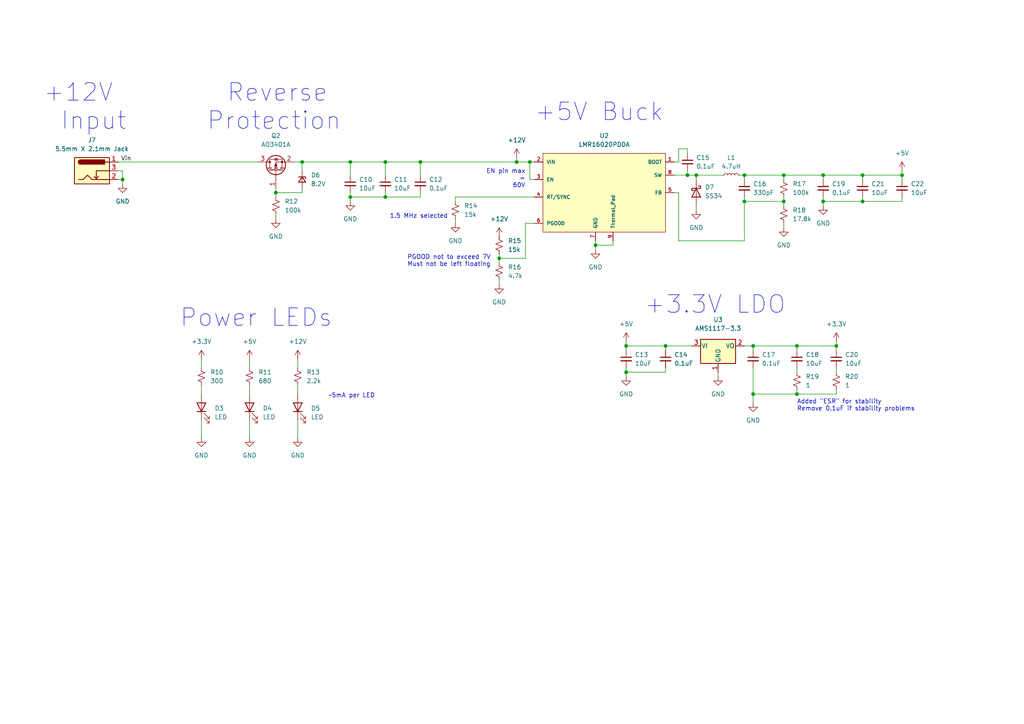
<source format=kicad_sch>
(kicad_sch (version 20211123) (generator eeschema)
  (paper "A4")
  (title_block (title "Power") (date "2022-10-19") (company "Oregon State University") (comment 1 "Author: Austin Goergen"))
  (lib_symbols
    (symbol "Connector:Barrel_Jack_Switch" (pin_names hide)
      (property "Reference" "J" (at 0 5.334 0))
      (property "Value" "Barrel_Jack_Switch" (at 0 -5.08 0))
      (symbol "Barrel_Jack_Switch_0_1"
        (rectangle (start -5.08 3.81) (end 5.08 -3.81) (stroke (width 0.254)) (fill (type background)))
        (arc (start -3.302 3.175) (mid -3.937 2.54) (end -3.302 1.905) (stroke (width 0.254)))
        (arc (start -3.302 3.175) (mid -3.937 2.54) (end -3.302 1.905) (stroke (width 0.254)) (fill (type outline)))
        (polyline (pts (xy 1.27 -2.286) (xy 1.905 -1.651)) (stroke (width 0.254)))
        (polyline (pts (xy 5.08 2.54) (xy 3.81 2.54)) (stroke (width 0.254)))
        (polyline (pts (xy 5.08 0) (xy 1.27 0) (xy 1.27 -2.286) (xy 0.635 -1.651)) (stroke (width 0.254)))
        (polyline (pts (xy -3.81 -2.54) (xy -2.54 -2.54) (xy -1.27 -1.27) (xy 0 -2.54) (xy 2.54 -2.54) (xy 5.08 -2.54)) (stroke (width 0.254)))
        (rectangle (start 3.683 3.175) (end -3.302 1.905) (stroke (width 0.254)) (fill (type outline)))
      )
      (symbol "Barrel_Jack_Switch_1_1"
        (pin passive line (at 7.62 2.54 180) (length 2.54) (name "~") (number "1"))
        (pin passive line (at 7.62 -2.54 180) (length 2.54) (name "~") (number "2"))
        (pin passive line (at 7.62 0 180) (length 2.54) (name "~") (number "3"))
      )
    )
    (symbol "Device:C_Small" (pin_numbers hide) (pin_names (offset 0.254) hide)
      (property "Reference" "C" (at 0.254 1.778 0))
      (property "Value" "C_Small" (at 0.254 -2.032 0))
      (symbol "C_Small_0_1"
        (polyline (pts (xy -1.524 -0.508) (xy 1.524 -0.508)) (stroke (width 0.3302)))
        (polyline (pts (xy -1.524 0.508) (xy 1.524 0.508)) (stroke (width 0.3048)))
      )
      (symbol "C_Small_1_1"
        (pin passive line (at 0 2.54 270) (length 2.032) (name "~") (number "1"))
        (pin passive line (at 0 -2.54 90) (length 2.032) (name "~") (number "2"))
      )
    )
    (symbol "Device:D_Schottky" (pin_numbers hide) (pin_names (offset 1.016) hide)
      (property "Reference" "D" (at 0 2.54 0))
      (property "Value" "D_Schottky" (at 0 -2.54 0))
      (symbol "D_Schottky_0_1"
        (polyline (pts (xy 1.27 0) (xy -1.27 0)))
        (polyline (pts (xy 1.27 1.27) (xy 1.27 -1.27) (xy -1.27 0) (xy 1.27 1.27)) (stroke (width 0.254)))
        (polyline (pts (xy -1.905 0.635) (xy -1.905 1.27) (xy -1.27 1.27) (xy -1.27 -1.27) (xy -0.635 -1.27) (xy -0.635 -0.635)) (stroke (width 0.254)))
      )
      (symbol "D_Schottky_1_1"
        (pin passive line (at -3.81 0 0) (length 2.54) (name "K") (number "1"))
        (pin passive line (at 3.81 0 180) (length 2.54) (name "A") (number "2"))
      )
    )
    (symbol "Device:D_Zener_Small" (pin_numbers hide) (pin_names (offset 0.254) hide)
      (property "Reference" "D" (at 0 2.286 0))
      (property "Value" "D_Zener_Small" (at 0 -2.286 0))
      (symbol "D_Zener_Small_0_1"
        (polyline (pts (xy 0.762 0) (xy -0.762 0)))
        (polyline (pts (xy -0.254 1.016) (xy -0.762 1.016) (xy -0.762 -1.016)) (stroke (width 0.254)))
        (polyline (pts (xy 0.762 1.016) (xy -0.762 0) (xy 0.762 -1.016) (xy 0.762 1.016)) (stroke (width 0.254)))
      )
      (symbol "D_Zener_Small_1_1"
        (pin passive line (at -2.54 0 0) (length 1.778) (name "K") (number "1"))
        (pin passive line (at 2.54 0 180) (length 1.778) (name "A") (number "2"))
      )
    )
    (symbol "Device:LED" (pin_numbers hide) (pin_names (offset 1.016) hide)
      (property "Reference" "D" (at 0 2.54 0))
      (property "Value" "LED" (at 0 -2.54 0))
      (symbol "LED_0_1"
        (polyline (pts (xy -1.27 -1.27) (xy -1.27 1.27)) (stroke (width 0.254)))
        (polyline (pts (xy -1.27 0) (xy 1.27 0)))
        (polyline (pts (xy 1.27 -1.27) (xy 1.27 1.27) (xy -1.27 0) (xy 1.27 -1.27)) (stroke (width 0.254)))
        (polyline (pts (xy -3.048 -0.762) (xy -4.572 -2.286) (xy -3.81 -2.286) (xy -4.572 -2.286) (xy -4.572 -1.524)))
        (polyline (pts (xy -1.778 -0.762) (xy -3.302 -2.286) (xy -2.54 -2.286) (xy -3.302 -2.286) (xy -3.302 -1.524)))
      )
      (symbol "LED_1_1"
        (pin passive line (at -3.81 0 0) (length 2.54) (name "K") (number "1"))
        (pin passive line (at 3.81 0 180) (length 2.54) (name "A") (number "2"))
      )
    )
    (symbol "Device:L_Small" (pin_numbers hide) (pin_names (offset 0.254) hide)
      (property "Reference" "L" (at 0.762 1.016 0))
      (property "Value" "L_Small" (at 0.762 -1.016 0))
      (symbol "L_Small_0_1"
        (arc (start 0 -2.032) (mid 0.508 -1.524) (end 0 -1.016))
        (arc (start 0 -1.016) (mid 0.508 -0.508) (end 0 0))
        (arc (start 0 0) (mid 0.508 0.508) (end 0 1.016))
        (arc (start 0 1.016) (mid 0.508 1.524) (end 0 2.032))
      )
      (symbol "L_Small_1_1"
        (pin passive line (at 0 2.54 270) (length 0.508) (name "~") (number "1"))
        (pin passive line (at 0 -2.54 90) (length 0.508) (name "~") (number "2"))
      )
    )
    (symbol "Device:Q_PMOS_GSD" (pin_names (offset 0) hide)
      (property "Reference" "Q" (at 5.08 1.27 0))
      (property "Value" "Q_PMOS_GSD" (at 5.08 -1.27 0))
      (symbol "Q_PMOS_GSD_0_1"
        (polyline (pts (xy 0.254 0) (xy -2.54 0)))
        (polyline (pts (xy 0.254 1.905) (xy 0.254 -1.905)) (stroke (width 0.254)))
        (polyline (pts (xy 0.762 -1.27) (xy 0.762 -2.286)) (stroke (width 0.254)))
        (polyline (pts (xy 0.762 0.508) (xy 0.762 -0.508)) (stroke (width 0.254)))
        (polyline (pts (xy 0.762 2.286) (xy 0.762 1.27)) (stroke (width 0.254)))
        (polyline (pts (xy 2.54 2.54) (xy 2.54 1.778)))
        (polyline (pts (xy 2.54 -2.54) (xy 2.54 0) (xy 0.762 0)))
        (polyline (pts (xy 0.762 1.778) (xy 3.302 1.778) (xy 3.302 -1.778) (xy 0.762 -1.778)))
        (polyline (pts (xy 2.286 0) (xy 1.27 0.381) (xy 1.27 -0.381) (xy 2.286 0)) (fill (type outline)))
        (polyline (pts (xy 2.794 -0.508) (xy 2.921 -0.381) (xy 3.683 -0.381) (xy 3.81 -0.254)))
        (polyline (pts (xy 3.302 -0.381) (xy 2.921 0.254) (xy 3.683 0.254) (xy 3.302 -0.381)))
        (circle (center 1.651 0) (radius 2.794) (stroke (width 0.254)))
        (circle (center 2.54 -1.778) (radius 0.254) (fill (type outline)))
        (circle (center 2.54 1.778) (radius 0.254) (fill (type outline)))
      )
      (symbol "Q_PMOS_GSD_1_1"
        (pin input line (at -5.08 0 0) (length 2.54) (name "G") (number "1"))
        (pin passive line (at 2.54 -5.08 90) (length 2.54) (name "S") (number "2"))
        (pin passive line (at 2.54 5.08 270) (length 2.54) (name "D") (number "3"))
      )
    )
    (symbol "Device:R_Small_US" (pin_numbers hide) (pin_names (offset 0.254) hide)
      (property "Reference" "R" (at 0.762 0.508 0))
      (property "Value" "R_Small_US" (at 0.762 -1.016 0))
      (symbol "R_Small_US_1_1"
        (polyline (pts (xy 0 0) (xy 1.016 -0.381) (xy 0 -0.762) (xy -1.016 -1.143) (xy 0 -1.524)))
        (polyline (pts (xy 0 1.524) (xy 1.016 1.143) (xy 0 0.762) (xy -1.016 0.381) (xy 0 0)))
        (pin passive line (at 0 2.54 270) (length 1.016) (name "~") (number "1"))
        (pin passive line (at 0 -2.54 90) (length 1.016) (name "~") (number "2"))
      )
    )
    (symbol "LMR16020PDDAR:LMR16020PDDA" (pin_names (offset 1.016))
      (property "Reference" "U" (at 0 5.08 0))
      (property "Value" "LMR16020PDDA" (at 0 7.62 0))
      (symbol "LMR16020PDDA_1_1"
        (rectangle (start 5.08 2.54) (end 40.64 -20.32) (fill (type background)))
        (pin power_in line (at 43.18 0 180) (length 2.54) (name "BOOT") (number "1"))
        (pin power_in line (at 2.54 0 0) (length 2.54) (name "VIN") (number "2"))
        (pin input line (at 2.54 -5.08 0) (length 2.54) (name "EN") (number "3"))
        (pin passive line (at 2.54 -10.16 0) (length 2.54) (name "RT/SYNC") (number "4"))
        (pin passive line (at 43.18 -8.89 180) (length 2.54) (name "FB") (number "5"))
        (pin output line (at 2.54 -17.78 0) (length 2.54) (name "PGOOD") (number "6"))
        (pin power_in line (at 20.32 -22.86 90) (length 2.54) (name "GND") (number "7"))
        (pin power_out line (at 43.18 -3.81 180) (length 2.54) (name "SW") (number "8"))
        (pin power_in line (at 25.4 -22.86 90) (length 2.54) (name "Thermal_Pad") (number "9"))
      )
    )
    (symbol "Regulator_Linear:AMS1117-3.3" (pin_names (offset 0.254))
      (property "Reference" "U" (at -3.81 3.175 0))
      (property "Value" "AMS1117-3.3" (at 0 3.175 0))
      (symbol "AMS1117-3.3_0_1"
        (rectangle (start -5.08 -5.08) (end 5.08 1.905) (stroke (width 0.254)) (fill (type background)))
      )
      (symbol "AMS1117-3.3_1_1"
        (pin power_in line (at 0 -7.62 90) (length 2.54) (name "GND") (number "1"))
        (pin power_out line (at 7.62 0 180) (length 2.54) (name "VO") (number "2"))
        (pin power_in line (at -7.62 0 0) (length 2.54) (name "VI") (number "3"))
      )
    )
    (symbol "power:+12V" (power) (pin_names (offset 0))
      (property "Value" "+12V" (at 0 3.556 0))
      (symbol "+12V_0_1"
        (polyline (pts (xy -0.762 1.27) (xy 0 2.54)))
        (polyline (pts (xy 0 0) (xy 0 2.54)))
        (polyline (pts (xy 0 2.54) (xy 0.762 1.27)))
      )
      (symbol "+12V_1_1"
        (pin power_in line (at 0 0 90) (length 0) hide (name "+12V") (number "1"))
      )
    )
    (symbol "power:+3.3V" (power) (pin_names (offset 0))
      (property "Value" "+3.3V" (at 0 3.556 0))
      (symbol "+3.3V_0_1"
        (polyline (pts (xy -0.762 1.27) (xy 0 2.54)))
        (polyline (pts (xy 0 0) (xy 0 2.54)))
        (polyline (pts (xy 0 2.54) (xy 0.762 1.27)))
      )
      (symbol "+3.3V_1_1"
        (pin power_in line (at 0 0 90) (length 0) hide (name "+3.3V") (number "1"))
      )
    )
    (symbol "power:+5V" (power) (pin_names (offset 0))
      (property "Value" "+5V" (at 0 3.556 0))
      (symbol "+5V_0_1"
        (polyline (pts (xy -0.762 1.27) (xy 0 2.54)))
        (polyline (pts (xy 0 0) (xy 0 2.54)))
        (polyline (pts (xy 0 2.54) (xy 0.762 1.27)))
      )
      (symbol "+5V_1_1"
        (pin power_in line (at 0 0 90) (length 0) hide (name "+5V") (number "1"))
      )
    )
    (symbol "power:GND" (power) (pin_names (offset 0))
      (property "Value" "GND" (at 0 -3.81 0))
      (symbol "GND_0_1"
        (polyline (pts (xy 0 0) (xy 0 -1.27) (xy 1.27 -1.27) (xy 0 -2.54) (xy -1.27 -1.27) (xy 0 -1.27)))
      )
      (symbol "GND_1_1"
        (pin power_in line (at 0 0 270) (length 0) hide (name "GND") (number "1"))
      )
    )
  )
  (junction (at 242.57 100.33))
  (junction (at 181.61 100.33))
  (junction (at 193.04 100.33))
  (junction (at 227.33 50.8))
  (junction (at 111.76 46.99))
  (junction (at 101.6 46.99))
  (junction (at 199.39 50.8))
  (junction (at 231.14 114.3))
  (junction (at 250.19 58.42))
  (junction (at 153.67 46.99))
  (junction (at 215.9 58.42))
  (junction (at 87.63 46.99))
  (junction (at 231.14 100.33))
  (junction (at 238.76 50.8))
  (junction (at 144.78 74.93))
  (junction (at 215.9 50.8))
  (junction (at 80.01 55.88))
  (junction (at 181.61 107.95))
  (junction (at 238.76 58.42))
  (junction (at 227.33 58.42))
  (junction (at 101.6 57.15))
  (junction (at 111.76 57.15))
  (junction (at 218.44 114.3))
  (junction (at 121.92 46.99))
  (junction (at 149.86 46.99))
  (junction (at 201.93 50.8))
  (junction (at 172.72 71.12))
  (junction (at 261.62 50.8))
  (junction (at 35.56 52.07))
  (junction (at 250.19 50.8))
  (junction (at 218.44 100.33))
  (wire (pts (xy 238.76 57.15) (xy 238.76 58.42)))
  (wire (pts (xy 199.39 49.53) (xy 199.39 50.8)))
  (wire (pts (xy 172.72 71.12) (xy 172.72 72.39)))
  (wire (pts (xy 218.44 114.3) (xy 218.44 116.84)))
  (wire (pts (xy 177.8 71.12) (xy 172.72 71.12)))
  (wire (pts (xy 153.67 52.07) (xy 153.67 46.99)))
  (wire (pts (xy 121.92 46.99) (xy 149.86 46.99)))
  (wire (pts (xy 242.57 99.06) (xy 242.57 100.33)))
  (wire (pts (xy 34.29 46.99) (xy 74.93 46.99)))
  (wire (pts (xy 101.6 57.15) (xy 101.6 58.42)))
  (wire (pts (xy 250.19 57.15) (xy 250.19 58.42)))
  (wire (pts (xy 101.6 57.15) (xy 111.76 57.15)))
  (wire (pts (xy 196.85 55.88) (xy 196.85 69.85)))
  (wire (pts (xy 231.14 113.03) (xy 231.14 114.3)))
  (wire (pts (xy 238.76 52.07) (xy 238.76 50.8)))
  (wire (pts (xy 181.61 106.68) (xy 181.61 107.95)))
  (wire (pts (xy 227.33 52.07) (xy 227.33 50.8)))
  (wire (pts (xy 111.76 46.99) (xy 121.92 46.99)))
  (wire (pts (xy 72.39 121.92) (xy 72.39 127)))
  (wire (pts (xy 214.63 50.8) (xy 215.9 50.8)))
  (wire (pts (xy 242.57 106.68) (xy 242.57 107.95)))
  (wire (pts (xy 80.01 55.88) (xy 80.01 57.15)))
  (wire (pts (xy 87.63 55.88) (xy 80.01 55.88)))
  (wire (pts (xy 87.63 54.61) (xy 87.63 55.88)))
  (wire (pts (xy 199.39 43.18) (xy 196.85 43.18)))
  (wire (pts (xy 101.6 46.99) (xy 111.76 46.99)))
  (wire (pts (xy 238.76 58.42) (xy 238.76 59.69)))
  (wire (pts (xy 196.85 43.18) (xy 196.85 46.99)))
  (wire (pts (xy 250.19 50.8) (xy 238.76 50.8)))
  (wire (pts (xy 199.39 50.8) (xy 201.93 50.8)))
  (wire (pts (xy 86.36 104.14) (xy 86.36 106.68)))
  (wire (pts (xy 72.39 111.76) (xy 72.39 114.3)))
  (wire (pts (xy 193.04 107.95) (xy 181.61 107.95)))
  (wire (pts (xy 201.93 50.8) (xy 209.55 50.8)))
  (wire (pts (xy 181.61 107.95) (xy 181.61 109.22)))
  (wire (pts (xy 231.14 114.3) (xy 242.57 114.3)))
  (wire (pts (xy 195.58 55.88) (xy 196.85 55.88)))
  (wire (pts (xy 153.67 46.99) (xy 154.94 46.99)))
  (wire (pts (xy 132.08 63.5) (xy 132.08 64.77)))
  (wire (pts (xy 215.9 58.42) (xy 227.33 58.42)))
  (wire (pts (xy 132.08 57.15) (xy 132.08 58.42)))
  (wire (pts (xy 172.72 69.85) (xy 172.72 71.12)))
  (wire (pts (xy 208.28 107.95) (xy 208.28 109.22)))
  (wire (pts (xy 218.44 100.33) (xy 215.9 100.33)))
  (wire (pts (xy 261.62 52.07) (xy 261.62 50.8)))
  (wire (pts (xy 193.04 101.6) (xy 193.04 100.33)))
  (wire (pts (xy 35.56 49.53) (xy 35.56 52.07)))
  (wire (pts (xy 181.61 99.06) (xy 181.61 100.33)))
  (wire (pts (xy 261.62 49.53) (xy 261.62 50.8)))
  (wire (pts (xy 242.57 100.33) (xy 242.57 101.6)))
  (wire (pts (xy 144.78 74.93) (xy 144.78 76.2)))
  (wire (pts (xy 80.01 54.61) (xy 80.01 55.88)))
  (wire (pts (xy 58.42 121.92) (xy 58.42 127)))
  (wire (pts (xy 218.44 100.33) (xy 231.14 100.33)))
  (wire (pts (xy 87.63 46.99) (xy 101.6 46.99)))
  (wire (pts (xy 101.6 55.88) (xy 101.6 57.15)))
  (wire (pts (xy 86.36 111.76) (xy 86.36 114.3)))
  (wire (pts (xy 199.39 44.45) (xy 199.39 43.18)))
  (wire (pts (xy 201.93 59.69) (xy 201.93 60.96)))
  (wire (pts (xy 227.33 58.42) (xy 227.33 59.69)))
  (wire (pts (xy 181.61 100.33) (xy 193.04 100.33)))
  (wire (pts (xy 196.85 69.85) (xy 215.9 69.85)))
  (wire (pts (xy 111.76 55.88) (xy 111.76 57.15)))
  (wire (pts (xy 193.04 100.33) (xy 200.66 100.33)))
  (wire (pts (xy 154.94 57.15) (xy 132.08 57.15)))
  (wire (pts (xy 154.94 52.07) (xy 153.67 52.07)))
  (wire (pts (xy 227.33 50.8) (xy 238.76 50.8)))
  (wire (pts (xy 218.44 106.68) (xy 218.44 114.3)))
  (wire (pts (xy 34.29 49.53) (xy 35.56 49.53)))
  (wire (pts (xy 72.39 104.14) (xy 72.39 106.68)))
  (wire (pts (xy 149.86 46.99) (xy 153.67 46.99)))
  (wire (pts (xy 215.9 50.8) (xy 227.33 50.8)))
  (wire (pts (xy 231.14 100.33) (xy 242.57 100.33)))
  (wire (pts (xy 215.9 50.8) (xy 215.9 52.07)))
  (wire (pts (xy 80.01 62.23) (xy 80.01 63.5)))
  (wire (pts (xy 144.78 73.66) (xy 144.78 74.93)))
  (wire (pts (xy 86.36 121.92) (xy 86.36 127)))
  (wire (pts (xy 85.09 46.99) (xy 87.63 46.99)))
  (wire (pts (xy 87.63 46.99) (xy 87.63 49.53)))
  (wire (pts (xy 261.62 58.42) (xy 250.19 58.42)))
  (wire (pts (xy 261.62 50.8) (xy 250.19 50.8)))
  (wire (pts (xy 121.92 55.88) (xy 121.92 57.15)))
  (wire (pts (xy 227.33 64.77) (xy 227.33 66.04)))
  (wire (pts (xy 215.9 57.15) (xy 215.9 58.42)))
  (wire (pts (xy 34.29 52.07) (xy 35.56 52.07)))
  (wire (pts (xy 195.58 50.8) (xy 199.39 50.8)))
  (wire (pts (xy 218.44 101.6) (xy 218.44 100.33)))
  (wire (pts (xy 177.8 69.85) (xy 177.8 71.12)))
  (wire (pts (xy 152.4 64.77) (xy 154.94 64.77)))
  (wire (pts (xy 227.33 57.15) (xy 227.33 58.42)))
  (wire (pts (xy 250.19 52.07) (xy 250.19 50.8)))
  (wire (pts (xy 111.76 46.99) (xy 111.76 50.8)))
  (wire (pts (xy 58.42 104.14) (xy 58.42 106.68)))
  (wire (pts (xy 35.56 53.34) (xy 35.56 52.07)))
  (wire (pts (xy 152.4 64.77) (xy 152.4 74.93)))
  (wire (pts (xy 101.6 50.8) (xy 101.6 46.99)))
  (wire (pts (xy 201.93 52.07) (xy 201.93 50.8)))
  (wire (pts (xy 261.62 57.15) (xy 261.62 58.42)))
  (wire (pts (xy 111.76 57.15) (xy 121.92 57.15)))
  (wire (pts (xy 144.78 74.93) (xy 152.4 74.93)))
  (wire (pts (xy 144.78 81.28) (xy 144.78 82.55)))
  (wire (pts (xy 250.19 58.42) (xy 238.76 58.42)))
  (wire (pts (xy 149.86 45.72) (xy 149.86 46.99)))
  (wire (pts (xy 195.58 46.99) (xy 196.85 46.99)))
  (wire (pts (xy 181.61 101.6) (xy 181.61 100.33)))
  (wire (pts (xy 215.9 58.42) (xy 215.9 69.85)))
  (wire (pts (xy 121.92 46.99) (xy 121.92 50.8)))
  (wire (pts (xy 231.14 106.68) (xy 231.14 107.95)))
  (wire (pts (xy 242.57 113.03) (xy 242.57 114.3)))
  (wire (pts (xy 231.14 100.33) (xy 231.14 101.6)))
  (wire (pts (xy 193.04 106.68) (xy 193.04 107.95)))
  (wire (pts (xy 58.42 111.76) (xy 58.42 114.3)))
  (wire (pts (xy 218.44 114.3) (xy 231.14 114.3)))
  (text "Power LEDs" (at 52.07 95.25 0) (effects (font (size 5.08 5.08)) (justify left bottom)))
  (text "Reverse \nProtection" (at 99.06 38.1 180) (effects (font (size 5.08 5.08)) (justify right bottom)))
  (text "1.5 MHz selected" (at 113.03 63.5 0) (effects (font (size 1.27 1.27)) (justify left bottom)))
  (text "EN pin max\n=\n60V" (at 152.4 54.61 180) (effects (font (size 1.27 1.27)) (justify right bottom)))
  (text "Added \"ESR\" for stability\nRemove 0.1uF if stability problems" (at 231.14 119.38 0) (effects (font (size 1.27 1.27)) (justify left bottom)))
  (text "~5mA per LED" (at 95.25 115.57 0) (effects (font (size 1.27 1.27)) (justify left bottom)))
  (text "PGOOD not to exceed 7V\nMust not be left floating" (at 118.11 77.47 0) (effects (font (size 1.27 1.27)) (justify left bottom)))
  (text "+5V Buck" (at 154.94 35.56 0) (effects (font (size 5.08 5.08)) (justify left bottom)))
  (text "+12V \nInput" (at 36.83 38.1 180) (effects (font (size 5.08 5.08)) (justify right bottom)))
  (text "+3.3V LDO" (at 186.69 91.44 0) (effects (font (size 5.08 5.08)) (justify left bottom)))
  (label "Vin" (at 38.1 46.99 180))
  (symbol (lib_id "Device:C_Small") (at 242.57 104.14 0) (unit 1)
    (property "Reference" "C20" (at 245.11 102.8762 0) (effects (justify left)))
    (property "Value" "10uF" (at 245.11 105.4162 0) (effects (justify left)))
  )
  (symbol (lib_id "Device:LED") (at 86.36 118.11 90) (unit 1)
    (property "Reference" "D5" (at 90.17 118.4274 90) (effects (justify right)))
    (property "Value" "LED" (at 90.17 120.9674 90) (effects (justify right)))
    (property "Footprint" "LED_SMD:LED_0805_2012Metric" (effects hide))
  )
  (symbol (lib_id "Device:LED") (at 72.39 118.11 90) (unit 1)
    (property "Reference" "D4" (at 76.2 118.4274 90) (effects (justify right)))
    (property "Value" "LED" (at 76.2 120.9674 90) (effects (justify right)))
    (property "Footprint" "LED_SMD:LED_0805_2012Metric" (effects hide))
  )
  (symbol (lib_id "power:GND") (at 101.6 58.42 0) (unit 1)
    (property "Reference" "#PWR031" (effects hide))
    (property "Value" "GND" (at 101.6 63.5 0))
  )
  (symbol (lib_id "power:GND") (at 35.56 53.34 0) (unit 1)
    (property "Reference" "#PWR023" (effects hide))
    (property "Value" "GND" (at 35.56 58.42 0))
  )
  (symbol (lib_id "Device:R_Small_US") (at 144.78 78.74 180) (unit 1)
    (property "Reference" "R16" (at 147.32 77.4699 0) (effects (justify right)))
    (property "Value" "4.7k" (at 147.32 80.0099 0) (effects (justify right)))
  )
  (symbol (lib_id "power:GND") (at 218.44 116.84 0) (unit 1)
    (property "Reference" "#PWR041" (effects hide))
    (property "Value" "GND" (at 218.44 121.92 0))
  )
  (symbol (lib_id "power:+12V") (at 144.78 68.58 0) (unit 1)
    (property "Reference" "#PWR033" (effects hide))
    (property "Value" "+12V" (at 144.78 63.5 0))
  )
  (symbol (lib_id "power:GND") (at 132.08 64.77 0) (unit 1)
    (property "Reference" "#PWR032" (effects hide))
    (property "Value" "GND" (at 132.08 69.85 0))
  )
  (symbol (lib_id "Device:R_Small_US") (at 86.36 109.22 180) (unit 1)
    (property "Reference" "R13" (at 88.9 107.9499 0) (effects (justify right)))
    (property "Value" "2.2k" (at 88.9 110.4899 0) (effects (justify right)))
  )
  (symbol (lib_id "Device:R_Small_US") (at 242.57 110.49 180) (unit 1)
    (property "Reference" "R20" (at 245.11 109.2199 0) (effects (justify right)))
    (property "Value" "1" (at 245.11 111.7599 0) (effects (justify right)))
  )
  (symbol (lib_id "Connector:Barrel_Jack_Switch") (at 26.67 49.53 0) (unit 1)
    (property "Reference" "J7" (at 26.67 40.64 0))
    (property "Value" "5.5mm X 2.1mm Jack" (at 26.67 43.18 0))
    (property "Footprint" "Connector_BarrelJack:BarrelJack_Horizontal" (effects hide))
  )
  (symbol (lib_id "power:GND") (at 72.39 127 0) (unit 1)
    (property "Reference" "#PWR027" (effects hide))
    (property "Value" "GND" (at 72.39 132.08 0))
  )
  (symbol (lib_id "power:+5V") (at 181.61 99.06 0) (unit 1)
    (property "Reference" "#PWR037" (effects hide))
    (property "Value" "+5V" (at 181.61 93.98 0))
  )
  (symbol (lib_id "Device:R_Small_US") (at 227.33 62.23 180) (unit 1)
    (property "Reference" "R18" (at 229.87 60.9599 0) (effects (justify right)))
    (property "Value" "17.8k" (at 229.87 63.4999 0) (effects (justify right)))
  )
  (symbol (lib_id "power:GND") (at 201.93 60.96 0) (unit 1)
    (property "Reference" "#PWR039" (effects hide))
    (property "Value" "GND" (at 201.93 66.04 0))
  )
  (symbol (lib_id "Device:R_Small_US") (at 144.78 71.12 180) (unit 1)
    (property "Reference" "R15" (at 147.32 69.8499 0) (effects (justify right)))
    (property "Value" "15k" (at 147.32 72.3899 0) (effects (justify right)))
  )
  (symbol (lib_id "Device:LED") (at 58.42 118.11 90) (unit 1)
    (property "Reference" "D3" (at 62.23 118.4274 90) (effects (justify right)))
    (property "Value" "LED" (at 62.23 120.9674 90) (effects (justify right)))
    (property "Footprint" "LED_SMD:LED_0805_2012Metric" (effects hide))
  )
  (symbol (lib_id "Device:C_Small") (at 250.19 54.61 0) (unit 1)
    (property "Reference" "C21" (at 252.73 53.3462 0) (effects (justify left)))
    (property "Value" "10uF" (at 252.73 55.8862 0) (effects (justify left)))
  )
  (symbol (lib_id "power:GND") (at 144.78 82.55 0) (unit 1)
    (property "Reference" "#PWR034" (effects hide))
    (property "Value" "GND" (at 144.78 87.63 0))
  )
  (symbol (lib_id "Device:C_Small") (at 261.62 54.61 0) (unit 1)
    (property "Reference" "C22" (at 264.16 53.3462 0) (effects (justify left)))
    (property "Value" "10uF" (at 264.16 55.8862 0) (effects (justify left)))
  )
  (symbol (lib_id "power:+12V") (at 86.36 104.14 0) (unit 1)
    (property "Reference" "#PWR029" (effects hide))
    (property "Value" "+12V" (at 86.36 99.06 0))
  )
  (symbol (lib_id "power:GND") (at 208.28 109.22 0) (unit 1)
    (property "Reference" "#PWR040" (effects hide))
    (property "Value" "GND" (at 208.28 114.3 0))
  )
  (symbol (lib_id "power:GND") (at 238.76 59.69 0) (unit 1)
    (property "Reference" "#PWR043" (effects hide))
    (property "Value" "GND" (at 238.76 64.77 0))
  )
  (symbol (lib_id "LMR16020PDDAR:LMR16020PDDA") (at 152.4 46.99 0) (unit 1)
    (property "Reference" "U2" (at 175.26 39.37 0))
    (property "Value" "LMR16020PDDA" (at 175.26 41.91 0))
    (property "Footprint" "MySO:8-PowerSOIC" (effects hide))
    (property "Datasheet" "https://www.ti.com/lit/ds/symlink/lmr16020.pdf?ts=1607999914057&ref_url=https%253A%252F%252Fwww.ti.com%252Fstore%252Fti%252Fen%252Fp%252Fproduct%252F%253Fp%253DLMR16020PDDA%2526keyMatch%253DLMR16020PDDA%2526tisearch%253DSearch-EN-everything%2526usecase%253DOPN" (effects hide))
    (property "automotive" "No" (effects hide))
    (property "category" "IC" (effects hide))
    (property "device class L1" "Integrated Circuits (ICs)" (effects hide))
    (property "device class L2" "Power Management ICs" (effects hide))
    (property "device class L3" "Voltage Regulators - Switching" (effects hide))
    (property "digikey description" "IC REG BUCK ADJUSTABLE 2A 8SOPWR" (effects hide))
    (property "digikey part number" "296-44512-5-ND" (effects hide))
    (property "height" "1.7mm" (effects hide))
    (property "lead free" "Yes" (effects hide))
    (property "library id" "c199a7b7d8849db7" (effects hide))
    (property "manufacturer" "Texas Instruments" (effects hide))
    (property "max duty cycle" "97%" (effects hide))
    (property "max junction temp" "+125°C" (effects hide))
    (property "max supply voltage" "60V" (effects hide))
    (property "min supply voltage" "4.3V" (effects hide))
    (property "mouser part number" "595-LMR16020PDDA" (effects hide))
    (property "nominal supply current" "40uA" (effects hide))
    (property "number of outputs" "1" (effects hide))
    (property "output current" "2A" (effects hide))
    (property "output type" "AdjustableProgrammable" (effects hide))
    (property "output voltage" "0.8-50V" (effects hide))
    (property "package" "PowerSOIC8" (effects hide))
    (property "rohs" "Yes" (effects hide))
    (property "standoff height" "0mm" (effects hide))
    (property "switching frequency" "1.5 MHz" (effects hide))
    (property "switching topology" "Buck" (effects hide))
    (property "temperature range high" "+125°C" (effects hide))
    (property "temperature range low" "-40°C" (effects hide))
  )
  (symbol (lib_id "Device:R_Small_US") (at 227.33 54.61 180) (unit 1)
    (property "Reference" "R17" (at 229.87 53.3399 0) (effects (justify right)))
    (property "Value" "100k" (at 229.87 55.8799 0) (effects (justify right)))
  )
  (symbol (lib_id "Device:R_Small_US") (at 72.39 109.22 180) (unit 1)
    (property "Reference" "R11" (at 74.93 107.9499 0) (effects (justify right)))
    (property "Value" "680" (at 74.93 110.4899 0) (effects (justify right)))
  )
  (symbol (lib_id "Device:L_Small") (at 212.09 50.8 90) (unit 1)
    (property "Reference" "L1" (at 212.09 45.72 90))
    (property "Value" "4.7uH" (at 212.09 48.26 90))
    (property "Footprint" "MySO:SUNLORD_SWPA6045S4R7MT" (effects hide))
  )
  (symbol (lib_id "power:GND") (at 86.36 127 0) (unit 1)
    (property "Reference" "#PWR030" (effects hide))
    (property "Value" "GND" (at 86.36 132.08 0))
  )
  (symbol (lib_id "Device:R_Small_US") (at 132.08 60.96 180) (unit 1)
    (property "Reference" "R14" (at 134.62 59.6899 0) (effects (justify right)))
    (property "Value" "15k" (at 134.62 62.2299 0) (effects (justify right)))
  )
  (symbol (lib_id "power:+5V") (at 261.62 49.53 0) (unit 1)
    (property "Reference" "#PWR045" (effects hide))
    (property "Value" "+5V" (at 261.62 44.45 0))
  )
  (symbol (lib_id "Device:R_Small_US") (at 231.14 110.49 180) (unit 1)
    (property "Reference" "R19" (at 233.68 109.2199 0) (effects (justify right)))
    (property "Value" "1" (at 233.68 111.7599 0) (effects (justify right)))
  )
  (symbol (lib_id "Regulator_Linear:AMS1117-3.3") (at 208.28 100.33 0) (unit 1)
    (property "Reference" "U3" (at 208.28 92.71 0))
    (property "Value" "AMS1117-3.3" (at 208.28 95.25 0))
    (property "Footprint" "Package_TO_SOT_SMD:SOT-223-3_TabPin2" (effects hide))
    (property "Datasheet" "http://www.advanced-monolithic.com/pdf/ds1117.pdf" (effects hide))
  )
  (symbol (lib_id "Device:C_Small") (at 199.39 46.99 0) (unit 1)
    (property "Reference" "C15" (at 201.93 45.7262 0) (effects (justify left)))
    (property "Value" "0.1uF" (at 201.93 48.2662 0) (effects (justify left)))
    (property "Voltage" "50V" (effects hide))
  )
  (symbol (lib_id "power:GND") (at 80.01 63.5 0) (unit 1)
    (property "Reference" "#PWR028" (effects hide))
    (property "Value" "GND" (at 80.01 68.58 0))
  )
  (symbol (lib_id "Device:C_Small") (at 101.6 53.34 0) (unit 1)
    (property "Reference" "C10" (at 104.14 52.0762 0) (effects (justify left)))
    (property "Value" "10uF" (at 104.14 54.6162 0) (effects (justify left)))
  )
  (symbol (lib_id "power:+3.3V") (at 242.57 99.06 0) (unit 1)
    (property "Reference" "#PWR044" (effects hide))
    (property "Value" "+3.3V" (at 242.57 93.98 0))
  )
  (symbol (lib_id "Device:R_Small_US") (at 58.42 109.22 180) (unit 1)
    (property "Reference" "R10" (at 60.96 107.9499 0) (effects (justify right)))
    (property "Value" "300" (at 60.96 110.4899 0) (effects (justify right)))
  )
  (symbol (lib_id "power:GND") (at 58.42 127 0) (unit 1)
    (property "Reference" "#PWR025" (effects hide))
    (property "Value" "GND" (at 58.42 132.08 0))
  )
  (symbol (lib_id "power:GND") (at 172.72 72.39 0) (unit 1)
    (property "Reference" "#PWR036" (effects hide))
    (property "Value" "GND" (at 172.72 77.47 0))
  )
  (symbol (lib_id "power:+12V") (at 149.86 45.72 0) (unit 1)
    (property "Reference" "#PWR035" (effects hide))
    (property "Value" "+12V" (at 149.86 40.64 0))
  )
  (symbol (lib_id "Device:C_Small") (at 193.04 104.14 0) (unit 1)
    (property "Reference" "C14" (at 195.58 102.8762 0) (effects (justify left)))
    (property "Value" "0.1uF" (at 195.58 105.4162 0) (effects (justify left)))
  )
  (symbol (lib_id "power:GND") (at 227.33 66.04 0) (unit 1)
    (property "Reference" "#PWR042" (effects hide))
    (property "Value" "GND" (at 227.33 71.12 0))
  )
  (symbol (lib_id "Device:C_Small") (at 231.14 104.14 0) (unit 1)
    (property "Reference" "C18" (at 233.68 102.8762 0) (effects (justify left)))
    (property "Value" "10uF" (at 233.68 105.4162 0) (effects (justify left)))
  )
  (symbol (lib_id "Device:Q_PMOS_GSD") (at 80.01 49.53 90) (unit 1)
    (property "Reference" "Q2" (at 80.01 39.37 90))
    (property "Value" "AO3401A" (at 80.01 41.91 90))
    (property "Footprint" "Package_TO_SOT_SMD:SOT-23" (effects hide))
  )
  (symbol (lib_id "Device:C_Small") (at 181.61 104.14 0) (unit 1)
    (property "Reference" "C13" (at 184.15 102.8762 0) (effects (justify left)))
    (property "Value" "10uF" (at 184.15 105.4162 0) (effects (justify left)))
  )
  (symbol (lib_id "Device:D_Zener_Small") (at 87.63 52.07 270) (unit 1)
    (property "Reference" "D6" (at 90.17 50.7999 90) (effects (justify left)))
    (property "Value" "8.2V" (at 90.17 53.34 90) (effects (justify left)))
  )
  (symbol (lib_id "Device:D_Schottky") (at 201.93 55.88 270) (unit 1)
    (property "Reference" "D7" (at 204.47 54.2924 90) (effects (justify left)))
    (property "Value" "SS34" (at 204.47 56.8324 90) (effects (justify left)))
    (property "Footprint" "Diode_SMD:D_SMA" (effects hide))
  )
  (symbol (lib_id "Device:C_Small") (at 215.9 54.61 0) (unit 1)
    (property "Reference" "C16" (at 218.44 53.3462 0) (effects (justify left)))
    (property "Value" "330pF" (at 218.44 55.8862 0) (effects (justify left)))
  )
  (symbol (lib_id "Device:C_Small") (at 218.44 104.14 0) (unit 1)
    (property "Reference" "C17" (at 220.98 102.8762 0) (effects (justify left)))
    (property "Value" "0.1uF" (at 220.98 105.4162 0) (effects (justify left)))
  )
  (symbol (lib_id "power:+5V") (at 72.39 104.14 0) (unit 1)
    (property "Reference" "#PWR026" (effects hide))
    (property "Value" "+5V" (at 72.39 99.06 0))
  )
  (symbol (lib_id "power:+3.3V") (at 58.42 104.14 0) (unit 1)
    (property "Reference" "#PWR024" (effects hide))
    (property "Value" "+3.3V" (at 58.42 99.06 0))
  )
  (symbol (lib_id "power:GND") (at 181.61 109.22 0) (unit 1)
    (property "Reference" "#PWR038" (effects hide))
    (property "Value" "GND" (at 181.61 114.3 0))
  )
  (symbol (lib_id "Device:C_Small") (at 121.92 53.34 0) (unit 1)
    (property "Reference" "C12" (at 124.46 52.0762 0) (effects (justify left)))
    (property "Value" "0.1uF" (at 124.46 54.6162 0) (effects (justify left)))
  )
  (symbol (lib_id "Device:C_Small") (at 111.76 53.34 0) (unit 1)
    (property "Reference" "C11" (at 114.3 52.0762 0) (effects (justify left)))
    (property "Value" "10uF" (at 114.3 54.6162 0) (effects (justify left)))
  )
  (symbol (lib_id "Device:C_Small") (at 238.76 54.61 0) (unit 1)
    (property "Reference" "C19" (at 241.3 53.3462 0) (effects (justify left)))
    (property "Value" "0.1uF" (at 241.3 55.8862 0) (effects (justify left)))
  )
  (symbol (lib_id "Device:R_Small_US") (at 80.01 59.69 0) (unit 1)
    (property "Reference" "R12" (at 82.55 58.4199 0) (effects (justify left)))
    (property "Value" "100k" (at 82.55 60.9599 0) (effects (justify left)))
  )
)
</source>
